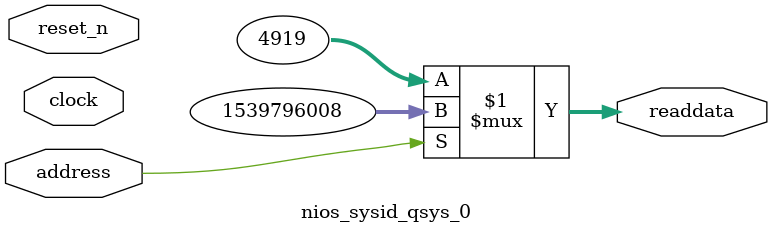
<source format=v>



// synthesis translate_off
`timescale 1ns / 1ps
// synthesis translate_on

// turn off superfluous verilog processor warnings 
// altera message_level Level1 
// altera message_off 10034 10035 10036 10037 10230 10240 10030 

module nios_sysid_qsys_0 (
               // inputs:
                address,
                clock,
                reset_n,

               // outputs:
                readdata
             )
;

  output  [ 31: 0] readdata;
  input            address;
  input            clock;
  input            reset_n;

  wire    [ 31: 0] readdata;
  //control_slave, which is an e_avalon_slave
  assign readdata = address ? 1539796008 : 4919;

endmodule



</source>
